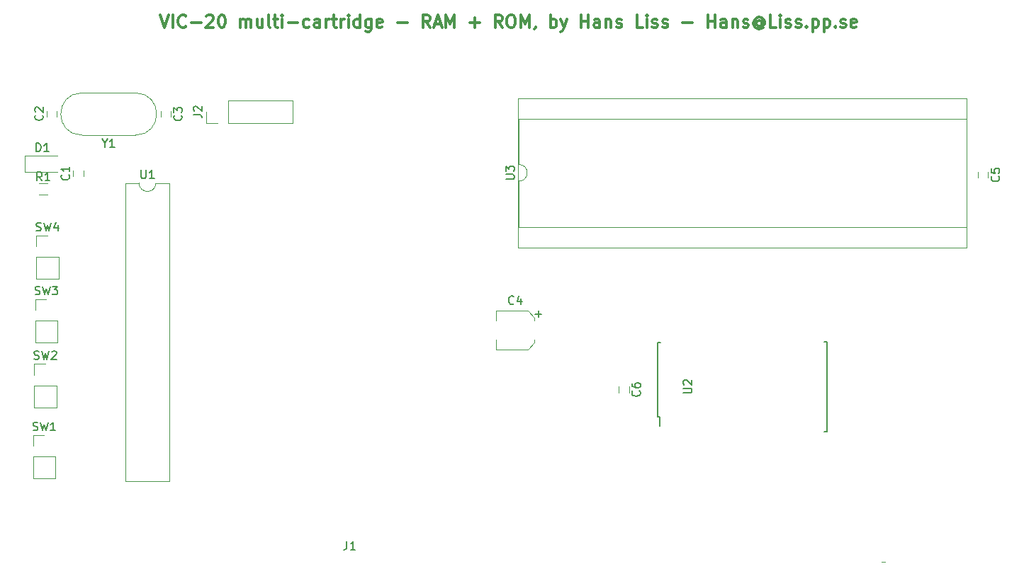
<source format=gbr>
G04 #@! TF.FileFunction,Legend,Top*
%FSLAX46Y46*%
G04 Gerber Fmt 4.6, Leading zero omitted, Abs format (unit mm)*
G04 Created by KiCad (PCBNEW 4.0.7) date 07/10/18 22:49:54*
%MOMM*%
%LPD*%
G01*
G04 APERTURE LIST*
%ADD10C,0.100000*%
%ADD11C,0.300000*%
%ADD12C,0.120000*%
%ADD13C,0.150000*%
G04 APERTURE END LIST*
D10*
D11*
X64912527Y-34471871D02*
X65412527Y-35971871D01*
X65912527Y-34471871D01*
X66412527Y-35971871D02*
X66412527Y-34471871D01*
X67983956Y-35829014D02*
X67912527Y-35900443D01*
X67698241Y-35971871D01*
X67555384Y-35971871D01*
X67341099Y-35900443D01*
X67198241Y-35757586D01*
X67126813Y-35614729D01*
X67055384Y-35329014D01*
X67055384Y-35114729D01*
X67126813Y-34829014D01*
X67198241Y-34686157D01*
X67341099Y-34543300D01*
X67555384Y-34471871D01*
X67698241Y-34471871D01*
X67912527Y-34543300D01*
X67983956Y-34614729D01*
X68626813Y-35400443D02*
X69769670Y-35400443D01*
X70412527Y-34614729D02*
X70483956Y-34543300D01*
X70626813Y-34471871D01*
X70983956Y-34471871D01*
X71126813Y-34543300D01*
X71198242Y-34614729D01*
X71269670Y-34757586D01*
X71269670Y-34900443D01*
X71198242Y-35114729D01*
X70341099Y-35971871D01*
X71269670Y-35971871D01*
X72198241Y-34471871D02*
X72341098Y-34471871D01*
X72483955Y-34543300D01*
X72555384Y-34614729D01*
X72626813Y-34757586D01*
X72698241Y-35043300D01*
X72698241Y-35400443D01*
X72626813Y-35686157D01*
X72555384Y-35829014D01*
X72483955Y-35900443D01*
X72341098Y-35971871D01*
X72198241Y-35971871D01*
X72055384Y-35900443D01*
X71983955Y-35829014D01*
X71912527Y-35686157D01*
X71841098Y-35400443D01*
X71841098Y-35043300D01*
X71912527Y-34757586D01*
X71983955Y-34614729D01*
X72055384Y-34543300D01*
X72198241Y-34471871D01*
X74483955Y-35971871D02*
X74483955Y-34971871D01*
X74483955Y-35114729D02*
X74555383Y-35043300D01*
X74698241Y-34971871D01*
X74912526Y-34971871D01*
X75055383Y-35043300D01*
X75126812Y-35186157D01*
X75126812Y-35971871D01*
X75126812Y-35186157D02*
X75198241Y-35043300D01*
X75341098Y-34971871D01*
X75555383Y-34971871D01*
X75698241Y-35043300D01*
X75769669Y-35186157D01*
X75769669Y-35971871D01*
X77126812Y-34971871D02*
X77126812Y-35971871D01*
X76483955Y-34971871D02*
X76483955Y-35757586D01*
X76555383Y-35900443D01*
X76698241Y-35971871D01*
X76912526Y-35971871D01*
X77055383Y-35900443D01*
X77126812Y-35829014D01*
X78055384Y-35971871D02*
X77912526Y-35900443D01*
X77841098Y-35757586D01*
X77841098Y-34471871D01*
X78412526Y-34971871D02*
X78983955Y-34971871D01*
X78626812Y-34471871D02*
X78626812Y-35757586D01*
X78698240Y-35900443D01*
X78841098Y-35971871D01*
X78983955Y-35971871D01*
X79483955Y-35971871D02*
X79483955Y-34971871D01*
X79483955Y-34471871D02*
X79412526Y-34543300D01*
X79483955Y-34614729D01*
X79555383Y-34543300D01*
X79483955Y-34471871D01*
X79483955Y-34614729D01*
X80198241Y-35400443D02*
X81341098Y-35400443D01*
X82698241Y-35900443D02*
X82555384Y-35971871D01*
X82269670Y-35971871D01*
X82126812Y-35900443D01*
X82055384Y-35829014D01*
X81983955Y-35686157D01*
X81983955Y-35257586D01*
X82055384Y-35114729D01*
X82126812Y-35043300D01*
X82269670Y-34971871D01*
X82555384Y-34971871D01*
X82698241Y-35043300D01*
X83983955Y-35971871D02*
X83983955Y-35186157D01*
X83912526Y-35043300D01*
X83769669Y-34971871D01*
X83483955Y-34971871D01*
X83341098Y-35043300D01*
X83983955Y-35900443D02*
X83841098Y-35971871D01*
X83483955Y-35971871D01*
X83341098Y-35900443D01*
X83269669Y-35757586D01*
X83269669Y-35614729D01*
X83341098Y-35471871D01*
X83483955Y-35400443D01*
X83841098Y-35400443D01*
X83983955Y-35329014D01*
X84698241Y-35971871D02*
X84698241Y-34971871D01*
X84698241Y-35257586D02*
X84769669Y-35114729D01*
X84841098Y-35043300D01*
X84983955Y-34971871D01*
X85126812Y-34971871D01*
X85412526Y-34971871D02*
X85983955Y-34971871D01*
X85626812Y-34471871D02*
X85626812Y-35757586D01*
X85698240Y-35900443D01*
X85841098Y-35971871D01*
X85983955Y-35971871D01*
X86483955Y-35971871D02*
X86483955Y-34971871D01*
X86483955Y-35257586D02*
X86555383Y-35114729D01*
X86626812Y-35043300D01*
X86769669Y-34971871D01*
X86912526Y-34971871D01*
X87412526Y-35971871D02*
X87412526Y-34971871D01*
X87412526Y-34471871D02*
X87341097Y-34543300D01*
X87412526Y-34614729D01*
X87483954Y-34543300D01*
X87412526Y-34471871D01*
X87412526Y-34614729D01*
X88769669Y-35971871D02*
X88769669Y-34471871D01*
X88769669Y-35900443D02*
X88626812Y-35971871D01*
X88341098Y-35971871D01*
X88198240Y-35900443D01*
X88126812Y-35829014D01*
X88055383Y-35686157D01*
X88055383Y-35257586D01*
X88126812Y-35114729D01*
X88198240Y-35043300D01*
X88341098Y-34971871D01*
X88626812Y-34971871D01*
X88769669Y-35043300D01*
X90126812Y-34971871D02*
X90126812Y-36186157D01*
X90055383Y-36329014D01*
X89983955Y-36400443D01*
X89841098Y-36471871D01*
X89626812Y-36471871D01*
X89483955Y-36400443D01*
X90126812Y-35900443D02*
X89983955Y-35971871D01*
X89698241Y-35971871D01*
X89555383Y-35900443D01*
X89483955Y-35829014D01*
X89412526Y-35686157D01*
X89412526Y-35257586D01*
X89483955Y-35114729D01*
X89555383Y-35043300D01*
X89698241Y-34971871D01*
X89983955Y-34971871D01*
X90126812Y-35043300D01*
X91412526Y-35900443D02*
X91269669Y-35971871D01*
X90983955Y-35971871D01*
X90841098Y-35900443D01*
X90769669Y-35757586D01*
X90769669Y-35186157D01*
X90841098Y-35043300D01*
X90983955Y-34971871D01*
X91269669Y-34971871D01*
X91412526Y-35043300D01*
X91483955Y-35186157D01*
X91483955Y-35329014D01*
X90769669Y-35471871D01*
X93269669Y-35400443D02*
X94412526Y-35400443D01*
X97126812Y-35971871D02*
X96626812Y-35257586D01*
X96269669Y-35971871D02*
X96269669Y-34471871D01*
X96841097Y-34471871D01*
X96983955Y-34543300D01*
X97055383Y-34614729D01*
X97126812Y-34757586D01*
X97126812Y-34971871D01*
X97055383Y-35114729D01*
X96983955Y-35186157D01*
X96841097Y-35257586D01*
X96269669Y-35257586D01*
X97698240Y-35543300D02*
X98412526Y-35543300D01*
X97555383Y-35971871D02*
X98055383Y-34471871D01*
X98555383Y-35971871D01*
X99055383Y-35971871D02*
X99055383Y-34471871D01*
X99555383Y-35543300D01*
X100055383Y-34471871D01*
X100055383Y-35971871D01*
X101912526Y-35400443D02*
X103055383Y-35400443D01*
X102483954Y-35971871D02*
X102483954Y-34829014D01*
X105769669Y-35971871D02*
X105269669Y-35257586D01*
X104912526Y-35971871D02*
X104912526Y-34471871D01*
X105483954Y-34471871D01*
X105626812Y-34543300D01*
X105698240Y-34614729D01*
X105769669Y-34757586D01*
X105769669Y-34971871D01*
X105698240Y-35114729D01*
X105626812Y-35186157D01*
X105483954Y-35257586D01*
X104912526Y-35257586D01*
X106698240Y-34471871D02*
X106983954Y-34471871D01*
X107126812Y-34543300D01*
X107269669Y-34686157D01*
X107341097Y-34971871D01*
X107341097Y-35471871D01*
X107269669Y-35757586D01*
X107126812Y-35900443D01*
X106983954Y-35971871D01*
X106698240Y-35971871D01*
X106555383Y-35900443D01*
X106412526Y-35757586D01*
X106341097Y-35471871D01*
X106341097Y-34971871D01*
X106412526Y-34686157D01*
X106555383Y-34543300D01*
X106698240Y-34471871D01*
X107983955Y-35971871D02*
X107983955Y-34471871D01*
X108483955Y-35543300D01*
X108983955Y-34471871D01*
X108983955Y-35971871D01*
X109769669Y-35900443D02*
X109769669Y-35971871D01*
X109698241Y-36114729D01*
X109626812Y-36186157D01*
X111555384Y-35971871D02*
X111555384Y-34471871D01*
X111555384Y-35043300D02*
X111698241Y-34971871D01*
X111983955Y-34971871D01*
X112126812Y-35043300D01*
X112198241Y-35114729D01*
X112269670Y-35257586D01*
X112269670Y-35686157D01*
X112198241Y-35829014D01*
X112126812Y-35900443D01*
X111983955Y-35971871D01*
X111698241Y-35971871D01*
X111555384Y-35900443D01*
X112769670Y-34971871D02*
X113126813Y-35971871D01*
X113483955Y-34971871D02*
X113126813Y-35971871D01*
X112983955Y-36329014D01*
X112912527Y-36400443D01*
X112769670Y-36471871D01*
X115198241Y-35971871D02*
X115198241Y-34471871D01*
X115198241Y-35186157D02*
X116055384Y-35186157D01*
X116055384Y-35971871D02*
X116055384Y-34471871D01*
X117412527Y-35971871D02*
X117412527Y-35186157D01*
X117341098Y-35043300D01*
X117198241Y-34971871D01*
X116912527Y-34971871D01*
X116769670Y-35043300D01*
X117412527Y-35900443D02*
X117269670Y-35971871D01*
X116912527Y-35971871D01*
X116769670Y-35900443D01*
X116698241Y-35757586D01*
X116698241Y-35614729D01*
X116769670Y-35471871D01*
X116912527Y-35400443D01*
X117269670Y-35400443D01*
X117412527Y-35329014D01*
X118126813Y-34971871D02*
X118126813Y-35971871D01*
X118126813Y-35114729D02*
X118198241Y-35043300D01*
X118341099Y-34971871D01*
X118555384Y-34971871D01*
X118698241Y-35043300D01*
X118769670Y-35186157D01*
X118769670Y-35971871D01*
X119412527Y-35900443D02*
X119555384Y-35971871D01*
X119841099Y-35971871D01*
X119983956Y-35900443D01*
X120055384Y-35757586D01*
X120055384Y-35686157D01*
X119983956Y-35543300D01*
X119841099Y-35471871D01*
X119626813Y-35471871D01*
X119483956Y-35400443D01*
X119412527Y-35257586D01*
X119412527Y-35186157D01*
X119483956Y-35043300D01*
X119626813Y-34971871D01*
X119841099Y-34971871D01*
X119983956Y-35043300D01*
X122555385Y-35971871D02*
X121841099Y-35971871D01*
X121841099Y-34471871D01*
X123055385Y-35971871D02*
X123055385Y-34971871D01*
X123055385Y-34471871D02*
X122983956Y-34543300D01*
X123055385Y-34614729D01*
X123126813Y-34543300D01*
X123055385Y-34471871D01*
X123055385Y-34614729D01*
X123698242Y-35900443D02*
X123841099Y-35971871D01*
X124126814Y-35971871D01*
X124269671Y-35900443D01*
X124341099Y-35757586D01*
X124341099Y-35686157D01*
X124269671Y-35543300D01*
X124126814Y-35471871D01*
X123912528Y-35471871D01*
X123769671Y-35400443D01*
X123698242Y-35257586D01*
X123698242Y-35186157D01*
X123769671Y-35043300D01*
X123912528Y-34971871D01*
X124126814Y-34971871D01*
X124269671Y-35043300D01*
X124912528Y-35900443D02*
X125055385Y-35971871D01*
X125341100Y-35971871D01*
X125483957Y-35900443D01*
X125555385Y-35757586D01*
X125555385Y-35686157D01*
X125483957Y-35543300D01*
X125341100Y-35471871D01*
X125126814Y-35471871D01*
X124983957Y-35400443D01*
X124912528Y-35257586D01*
X124912528Y-35186157D01*
X124983957Y-35043300D01*
X125126814Y-34971871D01*
X125341100Y-34971871D01*
X125483957Y-35043300D01*
X127341100Y-35400443D02*
X128483957Y-35400443D01*
X130341100Y-35971871D02*
X130341100Y-34471871D01*
X130341100Y-35186157D02*
X131198243Y-35186157D01*
X131198243Y-35971871D02*
X131198243Y-34471871D01*
X132555386Y-35971871D02*
X132555386Y-35186157D01*
X132483957Y-35043300D01*
X132341100Y-34971871D01*
X132055386Y-34971871D01*
X131912529Y-35043300D01*
X132555386Y-35900443D02*
X132412529Y-35971871D01*
X132055386Y-35971871D01*
X131912529Y-35900443D01*
X131841100Y-35757586D01*
X131841100Y-35614729D01*
X131912529Y-35471871D01*
X132055386Y-35400443D01*
X132412529Y-35400443D01*
X132555386Y-35329014D01*
X133269672Y-34971871D02*
X133269672Y-35971871D01*
X133269672Y-35114729D02*
X133341100Y-35043300D01*
X133483958Y-34971871D01*
X133698243Y-34971871D01*
X133841100Y-35043300D01*
X133912529Y-35186157D01*
X133912529Y-35971871D01*
X134555386Y-35900443D02*
X134698243Y-35971871D01*
X134983958Y-35971871D01*
X135126815Y-35900443D01*
X135198243Y-35757586D01*
X135198243Y-35686157D01*
X135126815Y-35543300D01*
X134983958Y-35471871D01*
X134769672Y-35471871D01*
X134626815Y-35400443D01*
X134555386Y-35257586D01*
X134555386Y-35186157D01*
X134626815Y-35043300D01*
X134769672Y-34971871D01*
X134983958Y-34971871D01*
X135126815Y-35043300D01*
X136769672Y-35257586D02*
X136698244Y-35186157D01*
X136555387Y-35114729D01*
X136412529Y-35114729D01*
X136269672Y-35186157D01*
X136198244Y-35257586D01*
X136126815Y-35400443D01*
X136126815Y-35543300D01*
X136198244Y-35686157D01*
X136269672Y-35757586D01*
X136412529Y-35829014D01*
X136555387Y-35829014D01*
X136698244Y-35757586D01*
X136769672Y-35686157D01*
X136769672Y-35114729D02*
X136769672Y-35686157D01*
X136841101Y-35757586D01*
X136912529Y-35757586D01*
X137055387Y-35686157D01*
X137126815Y-35543300D01*
X137126815Y-35186157D01*
X136983958Y-34971871D01*
X136769672Y-34829014D01*
X136483958Y-34757586D01*
X136198244Y-34829014D01*
X135983958Y-34971871D01*
X135841101Y-35186157D01*
X135769672Y-35471871D01*
X135841101Y-35757586D01*
X135983958Y-35971871D01*
X136198244Y-36114729D01*
X136483958Y-36186157D01*
X136769672Y-36114729D01*
X136983958Y-35971871D01*
X138483958Y-35971871D02*
X137769672Y-35971871D01*
X137769672Y-34471871D01*
X138983958Y-35971871D02*
X138983958Y-34971871D01*
X138983958Y-34471871D02*
X138912529Y-34543300D01*
X138983958Y-34614729D01*
X139055386Y-34543300D01*
X138983958Y-34471871D01*
X138983958Y-34614729D01*
X139626815Y-35900443D02*
X139769672Y-35971871D01*
X140055387Y-35971871D01*
X140198244Y-35900443D01*
X140269672Y-35757586D01*
X140269672Y-35686157D01*
X140198244Y-35543300D01*
X140055387Y-35471871D01*
X139841101Y-35471871D01*
X139698244Y-35400443D01*
X139626815Y-35257586D01*
X139626815Y-35186157D01*
X139698244Y-35043300D01*
X139841101Y-34971871D01*
X140055387Y-34971871D01*
X140198244Y-35043300D01*
X140841101Y-35900443D02*
X140983958Y-35971871D01*
X141269673Y-35971871D01*
X141412530Y-35900443D01*
X141483958Y-35757586D01*
X141483958Y-35686157D01*
X141412530Y-35543300D01*
X141269673Y-35471871D01*
X141055387Y-35471871D01*
X140912530Y-35400443D01*
X140841101Y-35257586D01*
X140841101Y-35186157D01*
X140912530Y-35043300D01*
X141055387Y-34971871D01*
X141269673Y-34971871D01*
X141412530Y-35043300D01*
X142126816Y-35829014D02*
X142198244Y-35900443D01*
X142126816Y-35971871D01*
X142055387Y-35900443D01*
X142126816Y-35829014D01*
X142126816Y-35971871D01*
X142841102Y-34971871D02*
X142841102Y-36471871D01*
X142841102Y-35043300D02*
X142983959Y-34971871D01*
X143269673Y-34971871D01*
X143412530Y-35043300D01*
X143483959Y-35114729D01*
X143555388Y-35257586D01*
X143555388Y-35686157D01*
X143483959Y-35829014D01*
X143412530Y-35900443D01*
X143269673Y-35971871D01*
X142983959Y-35971871D01*
X142841102Y-35900443D01*
X144198245Y-34971871D02*
X144198245Y-36471871D01*
X144198245Y-35043300D02*
X144341102Y-34971871D01*
X144626816Y-34971871D01*
X144769673Y-35043300D01*
X144841102Y-35114729D01*
X144912531Y-35257586D01*
X144912531Y-35686157D01*
X144841102Y-35829014D01*
X144769673Y-35900443D01*
X144626816Y-35971871D01*
X144341102Y-35971871D01*
X144198245Y-35900443D01*
X145555388Y-35829014D02*
X145626816Y-35900443D01*
X145555388Y-35971871D01*
X145483959Y-35900443D01*
X145555388Y-35829014D01*
X145555388Y-35971871D01*
X146198245Y-35900443D02*
X146341102Y-35971871D01*
X146626817Y-35971871D01*
X146769674Y-35900443D01*
X146841102Y-35757586D01*
X146841102Y-35686157D01*
X146769674Y-35543300D01*
X146626817Y-35471871D01*
X146412531Y-35471871D01*
X146269674Y-35400443D01*
X146198245Y-35257586D01*
X146198245Y-35186157D01*
X146269674Y-35043300D01*
X146412531Y-34971871D01*
X146626817Y-34971871D01*
X146769674Y-35043300D01*
X148055388Y-35900443D02*
X147912531Y-35971871D01*
X147626817Y-35971871D01*
X147483960Y-35900443D01*
X147412531Y-35757586D01*
X147412531Y-35186157D01*
X147483960Y-35043300D01*
X147626817Y-34971871D01*
X147912531Y-34971871D01*
X148055388Y-35043300D01*
X148126817Y-35186157D01*
X148126817Y-35329014D01*
X147412531Y-35471871D01*
D12*
X151101100Y-99903600D02*
X151501100Y-99903600D01*
D13*
X124346800Y-82565240D02*
X124571800Y-82565240D01*
X124349340Y-73665080D02*
X124674340Y-73665080D01*
X144545220Y-73588880D02*
X144220220Y-73588880D01*
X144545220Y-84297520D02*
X144220220Y-84297520D01*
X124349340Y-82565240D02*
X124349340Y-73667620D01*
X144545220Y-84297520D02*
X144545220Y-73588880D01*
X124571800Y-82565240D02*
X124571800Y-83640240D01*
D12*
X107750300Y-52365400D02*
G75*
G02X107750300Y-54365400I0J-1000000D01*
G01*
X107750300Y-54365400D02*
X107750300Y-59825400D01*
X107750300Y-59825400D02*
X161210300Y-59825400D01*
X161210300Y-59825400D02*
X161210300Y-46905400D01*
X161210300Y-46905400D02*
X107750300Y-46905400D01*
X107750300Y-46905400D02*
X107750300Y-52365400D01*
X107690300Y-62315400D02*
X161270300Y-62315400D01*
X161270300Y-62315400D02*
X161270300Y-44415400D01*
X161270300Y-44415400D02*
X107690300Y-44415400D01*
X107690300Y-44415400D02*
X107690300Y-62315400D01*
X55718000Y-53078900D02*
X55718000Y-53778900D01*
X54518000Y-53778900D02*
X54518000Y-53078900D01*
X52568400Y-45941500D02*
X52568400Y-46641500D01*
X51368400Y-46641500D02*
X51368400Y-45941500D01*
X64970100Y-46679600D02*
X64970100Y-45979600D01*
X66170100Y-45979600D02*
X66170100Y-46679600D01*
X109605000Y-70666800D02*
X109605000Y-71066800D01*
X105025000Y-69896800D02*
X105025000Y-71066800D01*
X105025000Y-74476800D02*
X105025000Y-73306800D01*
X109605000Y-73706800D02*
X109605000Y-73306800D01*
X108835000Y-69896800D02*
X105025000Y-69896800D01*
X108835000Y-69896800D02*
X109605000Y-70666800D01*
X108835000Y-74476800D02*
X105025000Y-74476800D01*
X108835000Y-74476800D02*
X109605000Y-73706800D01*
X162620400Y-53956700D02*
X162620400Y-53256700D01*
X163820400Y-53256700D02*
X163820400Y-53956700D01*
X119709640Y-79643720D02*
X119709640Y-78943720D01*
X120909640Y-78943720D02*
X120909640Y-79643720D01*
X48739700Y-51273200D02*
X48739700Y-53273200D01*
X48739700Y-53273200D02*
X52589700Y-53273200D01*
X48739700Y-51273200D02*
X52589700Y-51273200D01*
X80705000Y-47392900D02*
X80705000Y-44732900D01*
X73025000Y-47392900D02*
X80705000Y-47392900D01*
X73025000Y-44732900D02*
X80705000Y-44732900D01*
X73025000Y-47392900D02*
X73025000Y-44732900D01*
X71755000Y-47392900D02*
X70425000Y-47392900D01*
X70425000Y-47392900D02*
X70425000Y-46062900D01*
X51439700Y-55975800D02*
X50439700Y-55975800D01*
X50439700Y-54615800D02*
X51439700Y-54615800D01*
X49724000Y-89937900D02*
X52384000Y-89937900D01*
X49724000Y-87337900D02*
X49724000Y-89937900D01*
X52384000Y-87337900D02*
X52384000Y-89937900D01*
X49724000Y-87337900D02*
X52384000Y-87337900D01*
X49724000Y-86067900D02*
X49724000Y-84737900D01*
X49724000Y-84737900D02*
X51054000Y-84737900D01*
X49851000Y-81428900D02*
X52511000Y-81428900D01*
X49851000Y-78828900D02*
X49851000Y-81428900D01*
X52511000Y-78828900D02*
X52511000Y-81428900D01*
X49851000Y-78828900D02*
X52511000Y-78828900D01*
X49851000Y-77558900D02*
X49851000Y-76228900D01*
X49851000Y-76228900D02*
X51181000Y-76228900D01*
X49978000Y-73681900D02*
X52638000Y-73681900D01*
X49978000Y-71081900D02*
X49978000Y-73681900D01*
X52638000Y-71081900D02*
X52638000Y-73681900D01*
X49978000Y-71081900D02*
X52638000Y-71081900D01*
X49978000Y-69811900D02*
X49978000Y-68481900D01*
X49978000Y-68481900D02*
X51308000Y-68481900D01*
X50105000Y-66061900D02*
X52765000Y-66061900D01*
X50105000Y-63461900D02*
X50105000Y-66061900D01*
X52765000Y-63461900D02*
X52765000Y-66061900D01*
X50105000Y-63461900D02*
X52765000Y-63461900D01*
X50105000Y-62191900D02*
X50105000Y-60861900D01*
X50105000Y-60861900D02*
X51435000Y-60861900D01*
X61948600Y-48854600D02*
X55548600Y-48854600D01*
X61948600Y-43804600D02*
X55548600Y-43804600D01*
X61948600Y-43804600D02*
G75*
G02X61948600Y-48854600I0J-2525000D01*
G01*
X55548600Y-43804600D02*
G75*
G03X55548600Y-48854600I0J-2525000D01*
G01*
X64380620Y-54588100D02*
G75*
G02X62380620Y-54588100I-1000000J0D01*
G01*
X62380620Y-54588100D02*
X60730620Y-54588100D01*
X60730620Y-54588100D02*
X60730620Y-90268100D01*
X60730620Y-90268100D02*
X66030620Y-90268100D01*
X66030620Y-90268100D02*
X66030620Y-54588100D01*
X66030620Y-54588100D02*
X64380620Y-54588100D01*
D13*
X87207767Y-97465981D02*
X87207767Y-98180267D01*
X87160147Y-98323124D01*
X87064909Y-98418362D01*
X86922052Y-98465981D01*
X86826814Y-98465981D01*
X88207767Y-98465981D02*
X87636338Y-98465981D01*
X87922052Y-98465981D02*
X87922052Y-97465981D01*
X87826814Y-97608838D01*
X87731576Y-97704076D01*
X87636338Y-97751695D01*
X127408081Y-79705105D02*
X128217605Y-79705105D01*
X128312843Y-79657486D01*
X128360462Y-79609867D01*
X128408081Y-79514629D01*
X128408081Y-79324152D01*
X128360462Y-79228914D01*
X128312843Y-79181295D01*
X128217605Y-79133676D01*
X127408081Y-79133676D01*
X127503319Y-78705105D02*
X127455700Y-78657486D01*
X127408081Y-78562248D01*
X127408081Y-78324152D01*
X127455700Y-78228914D01*
X127503319Y-78181295D01*
X127598557Y-78133676D01*
X127693795Y-78133676D01*
X127836652Y-78181295D01*
X128408081Y-78752724D01*
X128408081Y-78133676D01*
X106202681Y-54127305D02*
X107012205Y-54127305D01*
X107107443Y-54079686D01*
X107155062Y-54032067D01*
X107202681Y-53936829D01*
X107202681Y-53746352D01*
X107155062Y-53651114D01*
X107107443Y-53603495D01*
X107012205Y-53555876D01*
X106202681Y-53555876D01*
X106202681Y-53174924D02*
X106202681Y-52555876D01*
X106583633Y-52889210D01*
X106583633Y-52746352D01*
X106631252Y-52651114D01*
X106678871Y-52603495D01*
X106774110Y-52555876D01*
X107012205Y-52555876D01*
X107107443Y-52603495D01*
X107155062Y-52651114D01*
X107202681Y-52746352D01*
X107202681Y-53032067D01*
X107155062Y-53127305D01*
X107107443Y-53174924D01*
X53975143Y-53595566D02*
X54022762Y-53643185D01*
X54070381Y-53786042D01*
X54070381Y-53881280D01*
X54022762Y-54024138D01*
X53927524Y-54119376D01*
X53832286Y-54166995D01*
X53641810Y-54214614D01*
X53498952Y-54214614D01*
X53308476Y-54166995D01*
X53213238Y-54119376D01*
X53118000Y-54024138D01*
X53070381Y-53881280D01*
X53070381Y-53786042D01*
X53118000Y-53643185D01*
X53165619Y-53595566D01*
X54070381Y-52643185D02*
X54070381Y-53214614D01*
X54070381Y-52928900D02*
X53070381Y-52928900D01*
X53213238Y-53024138D01*
X53308476Y-53119376D01*
X53356095Y-53214614D01*
X50825543Y-46458166D02*
X50873162Y-46505785D01*
X50920781Y-46648642D01*
X50920781Y-46743880D01*
X50873162Y-46886738D01*
X50777924Y-46981976D01*
X50682686Y-47029595D01*
X50492210Y-47077214D01*
X50349352Y-47077214D01*
X50158876Y-47029595D01*
X50063638Y-46981976D01*
X49968400Y-46886738D01*
X49920781Y-46743880D01*
X49920781Y-46648642D01*
X49968400Y-46505785D01*
X50016019Y-46458166D01*
X50016019Y-46077214D02*
X49968400Y-46029595D01*
X49920781Y-45934357D01*
X49920781Y-45696261D01*
X49968400Y-45601023D01*
X50016019Y-45553404D01*
X50111257Y-45505785D01*
X50206495Y-45505785D01*
X50349352Y-45553404D01*
X50920781Y-46124833D01*
X50920781Y-45505785D01*
X67427243Y-46496266D02*
X67474862Y-46543885D01*
X67522481Y-46686742D01*
X67522481Y-46781980D01*
X67474862Y-46924838D01*
X67379624Y-47020076D01*
X67284386Y-47067695D01*
X67093910Y-47115314D01*
X66951052Y-47115314D01*
X66760576Y-47067695D01*
X66665338Y-47020076D01*
X66570100Y-46924838D01*
X66522481Y-46781980D01*
X66522481Y-46686742D01*
X66570100Y-46543885D01*
X66617719Y-46496266D01*
X66522481Y-46162933D02*
X66522481Y-45543885D01*
X66903433Y-45877219D01*
X66903433Y-45734361D01*
X66951052Y-45639123D01*
X66998671Y-45591504D01*
X67093910Y-45543885D01*
X67332005Y-45543885D01*
X67427243Y-45591504D01*
X67474862Y-45639123D01*
X67522481Y-45734361D01*
X67522481Y-46020076D01*
X67474862Y-46115314D01*
X67427243Y-46162933D01*
X107148334Y-69003943D02*
X107100715Y-69051562D01*
X106957858Y-69099181D01*
X106862620Y-69099181D01*
X106719762Y-69051562D01*
X106624524Y-68956324D01*
X106576905Y-68861086D01*
X106529286Y-68670610D01*
X106529286Y-68527752D01*
X106576905Y-68337276D01*
X106624524Y-68242038D01*
X106719762Y-68146800D01*
X106862620Y-68099181D01*
X106957858Y-68099181D01*
X107100715Y-68146800D01*
X107148334Y-68194419D01*
X108005477Y-68432514D02*
X108005477Y-69099181D01*
X107767381Y-68051562D02*
X107529286Y-68765848D01*
X108148334Y-68765848D01*
X109714048Y-70248229D02*
X110475953Y-70248229D01*
X110095001Y-70629181D02*
X110095001Y-69867276D01*
X165077543Y-53773366D02*
X165125162Y-53820985D01*
X165172781Y-53963842D01*
X165172781Y-54059080D01*
X165125162Y-54201938D01*
X165029924Y-54297176D01*
X164934686Y-54344795D01*
X164744210Y-54392414D01*
X164601352Y-54392414D01*
X164410876Y-54344795D01*
X164315638Y-54297176D01*
X164220400Y-54201938D01*
X164172781Y-54059080D01*
X164172781Y-53963842D01*
X164220400Y-53820985D01*
X164268019Y-53773366D01*
X164172781Y-52868604D02*
X164172781Y-53344795D01*
X164648971Y-53392414D01*
X164601352Y-53344795D01*
X164553733Y-53249557D01*
X164553733Y-53011461D01*
X164601352Y-52916223D01*
X164648971Y-52868604D01*
X164744210Y-52820985D01*
X164982305Y-52820985D01*
X165077543Y-52868604D01*
X165125162Y-52916223D01*
X165172781Y-53011461D01*
X165172781Y-53249557D01*
X165125162Y-53344795D01*
X165077543Y-53392414D01*
X122166783Y-79460386D02*
X122214402Y-79508005D01*
X122262021Y-79650862D01*
X122262021Y-79746100D01*
X122214402Y-79888958D01*
X122119164Y-79984196D01*
X122023926Y-80031815D01*
X121833450Y-80079434D01*
X121690592Y-80079434D01*
X121500116Y-80031815D01*
X121404878Y-79984196D01*
X121309640Y-79888958D01*
X121262021Y-79746100D01*
X121262021Y-79650862D01*
X121309640Y-79508005D01*
X121357259Y-79460386D01*
X121262021Y-78603243D02*
X121262021Y-78793720D01*
X121309640Y-78888958D01*
X121357259Y-78936577D01*
X121500116Y-79031815D01*
X121690592Y-79079434D01*
X122071545Y-79079434D01*
X122166783Y-79031815D01*
X122214402Y-78984196D01*
X122262021Y-78888958D01*
X122262021Y-78698481D01*
X122214402Y-78603243D01*
X122166783Y-78555624D01*
X122071545Y-78508005D01*
X121833450Y-78508005D01*
X121738211Y-78555624D01*
X121690592Y-78603243D01*
X121642973Y-78698481D01*
X121642973Y-78888958D01*
X121690592Y-78984196D01*
X121738211Y-79031815D01*
X121833450Y-79079434D01*
X50074605Y-50820581D02*
X50074605Y-49820581D01*
X50312700Y-49820581D01*
X50455558Y-49868200D01*
X50550796Y-49963438D01*
X50598415Y-50058676D01*
X50646034Y-50249152D01*
X50646034Y-50392010D01*
X50598415Y-50582486D01*
X50550796Y-50677724D01*
X50455558Y-50772962D01*
X50312700Y-50820581D01*
X50074605Y-50820581D01*
X51598415Y-50820581D02*
X51026986Y-50820581D01*
X51312700Y-50820581D02*
X51312700Y-49820581D01*
X51217462Y-49963438D01*
X51122224Y-50058676D01*
X51026986Y-50106295D01*
X68877381Y-46396233D02*
X69591667Y-46396233D01*
X69734524Y-46443853D01*
X69829762Y-46539091D01*
X69877381Y-46681948D01*
X69877381Y-46777186D01*
X68972619Y-45967662D02*
X68925000Y-45920043D01*
X68877381Y-45824805D01*
X68877381Y-45586709D01*
X68925000Y-45491471D01*
X68972619Y-45443852D01*
X69067857Y-45396233D01*
X69163095Y-45396233D01*
X69305952Y-45443852D01*
X69877381Y-46015281D01*
X69877381Y-45396233D01*
X50773034Y-54298181D02*
X50439700Y-53821990D01*
X50201605Y-54298181D02*
X50201605Y-53298181D01*
X50582558Y-53298181D01*
X50677796Y-53345800D01*
X50725415Y-53393419D01*
X50773034Y-53488657D01*
X50773034Y-53631514D01*
X50725415Y-53726752D01*
X50677796Y-53774371D01*
X50582558Y-53821990D01*
X50201605Y-53821990D01*
X51725415Y-54298181D02*
X51153986Y-54298181D01*
X51439700Y-54298181D02*
X51439700Y-53298181D01*
X51344462Y-53441038D01*
X51249224Y-53536276D01*
X51153986Y-53583895D01*
X49720667Y-84142662D02*
X49863524Y-84190281D01*
X50101620Y-84190281D01*
X50196858Y-84142662D01*
X50244477Y-84095043D01*
X50292096Y-83999805D01*
X50292096Y-83904567D01*
X50244477Y-83809329D01*
X50196858Y-83761710D01*
X50101620Y-83714090D01*
X49911143Y-83666471D01*
X49815905Y-83618852D01*
X49768286Y-83571233D01*
X49720667Y-83475995D01*
X49720667Y-83380757D01*
X49768286Y-83285519D01*
X49815905Y-83237900D01*
X49911143Y-83190281D01*
X50149239Y-83190281D01*
X50292096Y-83237900D01*
X50625429Y-83190281D02*
X50863524Y-84190281D01*
X51054001Y-83475995D01*
X51244477Y-84190281D01*
X51482572Y-83190281D01*
X52387334Y-84190281D02*
X51815905Y-84190281D01*
X52101619Y-84190281D02*
X52101619Y-83190281D01*
X52006381Y-83333138D01*
X51911143Y-83428376D01*
X51815905Y-83475995D01*
X49847667Y-75633662D02*
X49990524Y-75681281D01*
X50228620Y-75681281D01*
X50323858Y-75633662D01*
X50371477Y-75586043D01*
X50419096Y-75490805D01*
X50419096Y-75395567D01*
X50371477Y-75300329D01*
X50323858Y-75252710D01*
X50228620Y-75205090D01*
X50038143Y-75157471D01*
X49942905Y-75109852D01*
X49895286Y-75062233D01*
X49847667Y-74966995D01*
X49847667Y-74871757D01*
X49895286Y-74776519D01*
X49942905Y-74728900D01*
X50038143Y-74681281D01*
X50276239Y-74681281D01*
X50419096Y-74728900D01*
X50752429Y-74681281D02*
X50990524Y-75681281D01*
X51181001Y-74966995D01*
X51371477Y-75681281D01*
X51609572Y-74681281D01*
X51942905Y-74776519D02*
X51990524Y-74728900D01*
X52085762Y-74681281D01*
X52323858Y-74681281D01*
X52419096Y-74728900D01*
X52466715Y-74776519D01*
X52514334Y-74871757D01*
X52514334Y-74966995D01*
X52466715Y-75109852D01*
X51895286Y-75681281D01*
X52514334Y-75681281D01*
X49974667Y-67886662D02*
X50117524Y-67934281D01*
X50355620Y-67934281D01*
X50450858Y-67886662D01*
X50498477Y-67839043D01*
X50546096Y-67743805D01*
X50546096Y-67648567D01*
X50498477Y-67553329D01*
X50450858Y-67505710D01*
X50355620Y-67458090D01*
X50165143Y-67410471D01*
X50069905Y-67362852D01*
X50022286Y-67315233D01*
X49974667Y-67219995D01*
X49974667Y-67124757D01*
X50022286Y-67029519D01*
X50069905Y-66981900D01*
X50165143Y-66934281D01*
X50403239Y-66934281D01*
X50546096Y-66981900D01*
X50879429Y-66934281D02*
X51117524Y-67934281D01*
X51308001Y-67219995D01*
X51498477Y-67934281D01*
X51736572Y-66934281D01*
X52022286Y-66934281D02*
X52641334Y-66934281D01*
X52308000Y-67315233D01*
X52450858Y-67315233D01*
X52546096Y-67362852D01*
X52593715Y-67410471D01*
X52641334Y-67505710D01*
X52641334Y-67743805D01*
X52593715Y-67839043D01*
X52546096Y-67886662D01*
X52450858Y-67934281D01*
X52165143Y-67934281D01*
X52069905Y-67886662D01*
X52022286Y-67839043D01*
X50101667Y-60266662D02*
X50244524Y-60314281D01*
X50482620Y-60314281D01*
X50577858Y-60266662D01*
X50625477Y-60219043D01*
X50673096Y-60123805D01*
X50673096Y-60028567D01*
X50625477Y-59933329D01*
X50577858Y-59885710D01*
X50482620Y-59838090D01*
X50292143Y-59790471D01*
X50196905Y-59742852D01*
X50149286Y-59695233D01*
X50101667Y-59599995D01*
X50101667Y-59504757D01*
X50149286Y-59409519D01*
X50196905Y-59361900D01*
X50292143Y-59314281D01*
X50530239Y-59314281D01*
X50673096Y-59361900D01*
X51006429Y-59314281D02*
X51244524Y-60314281D01*
X51435001Y-59599995D01*
X51625477Y-60314281D01*
X51863572Y-59314281D01*
X52673096Y-59647614D02*
X52673096Y-60314281D01*
X52435000Y-59266662D02*
X52196905Y-59980948D01*
X52815953Y-59980948D01*
X58272409Y-49830790D02*
X58272409Y-50306981D01*
X57939076Y-49306981D02*
X58272409Y-49830790D01*
X58605743Y-49306981D01*
X59462886Y-50306981D02*
X58891457Y-50306981D01*
X59177171Y-50306981D02*
X59177171Y-49306981D01*
X59081933Y-49449838D01*
X58986695Y-49545076D01*
X58891457Y-49592695D01*
X62618715Y-53040481D02*
X62618715Y-53850005D01*
X62666334Y-53945243D01*
X62713953Y-53992862D01*
X62809191Y-54040481D01*
X62999668Y-54040481D01*
X63094906Y-53992862D01*
X63142525Y-53945243D01*
X63190144Y-53850005D01*
X63190144Y-53040481D01*
X64190144Y-54040481D02*
X63618715Y-54040481D01*
X63904429Y-54040481D02*
X63904429Y-53040481D01*
X63809191Y-53183338D01*
X63713953Y-53278576D01*
X63618715Y-53326195D01*
M02*

</source>
